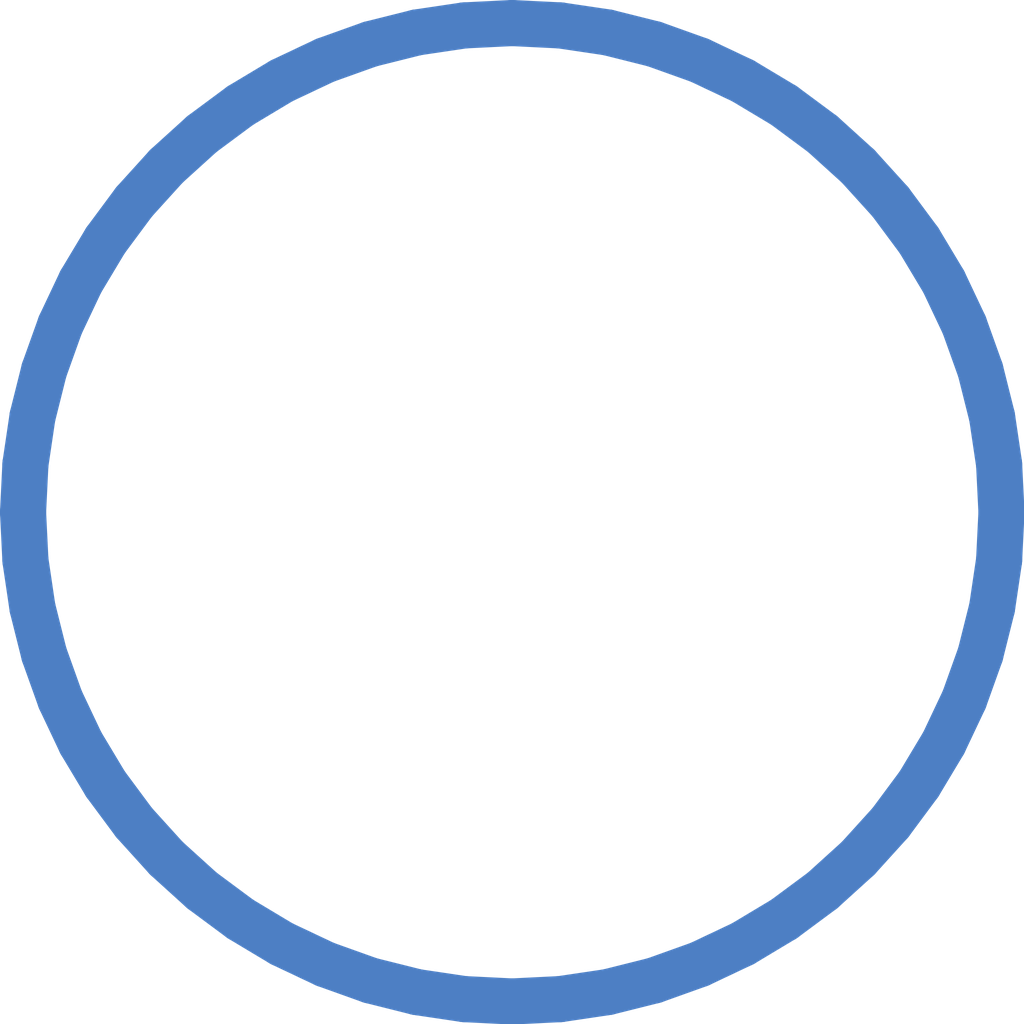
<source format=kicad_pcb>
(kicad_pcb
	(version 20240108)
	(generator "pcbnew")
	(generator_version "8.0")
	(general
		(thickness 1.6)
		(legacy_teardrops no)
	)
	(paper "A4")
	(layers
		(0 "F.Cu" signal)
		(31 "B.Cu" signal)
		(32 "B.Adhes" user "B.Adhesive")
		(33 "F.Adhes" user "F.Adhesive")
		(34 "B.Paste" user)
		(35 "F.Paste" user)
		(36 "B.SilkS" user "B.Silkscreen")
		(37 "F.SilkS" user "F.Silkscreen")
		(38 "B.Mask" user)
		(39 "F.Mask" user)
		(40 "Dwgs.User" user "User.Drawings")
		(41 "Cmts.User" user "User.Comments")
		(42 "Eco1.User" user "User.Eco1")
		(43 "Eco2.User" user "User.Eco2")
		(44 "Edge.Cuts" user)
		(45 "Margin" user)
		(46 "B.CrtYd" user "B.Courtyard")
		(47 "F.CrtYd" user "F.Courtyard")
		(48 "B.Fab" user)
		(49 "F.Fab" user)
		(50 "User.1" user)
		(51 "User.2" user)
		(52 "User.3" user)
		(53 "User.4" user)
		(54 "User.5" user)
		(55 "User.6" user)
		(56 "User.7" user)
		(57 "User.8" user)
		(58 "User.9" user)
	)
	(setup
		(pad_to_mask_clearance 0)
		(allow_soldermask_bridges_in_footprints no)
		(pcbplotparams
			(layerselection 0x00010fc_ffffffff)
			(plot_on_all_layers_selection 0x0000000_00000000)
			(disableapertmacros no)
			(usegerberextensions no)
			(usegerberattributes yes)
			(usegerberadvancedattributes yes)
			(creategerberjobfile yes)
			(dashed_line_dash_ratio 12.000000)
			(dashed_line_gap_ratio 3.000000)
			(svgprecision 4)
			(plotframeref no)
			(viasonmask no)
			(mode 1)
			(useauxorigin no)
			(hpglpennumber 1)
			(hpglpenspeed 20)
			(hpglpendiameter 15.000000)
			(pdf_front_fp_property_popups yes)
			(pdf_back_fp_property_popups yes)
			(dxfpolygonmode yes)
			(dxfimperialunits yes)
			(dxfusepcbnewfont yes)
			(psnegative no)
			(psa4output no)
			(plotreference yes)
			(plotvalue yes)
			(plotfptext yes)
			(plotinvisibletext no)
			(sketchpadsonfab no)
			(subtractmaskfromsilk no)
			(outputformat 1)
			(mirror no)
			(drillshape 1)
			(scaleselection 1)
			(outputdirectory "")
		)
	)
	(net 0 "")
	(segment
		(start 182.227781 109.13878)
		(end 183.136887 109.366499)
		(width 0.9)
		(layer "B.Cu")
		(net 0)
		(uuid "041fd97b-2ff5-406f-8e1c-9ce6efd87dd0")
	)
	(segment
		(start 180.498161 91.577651)
		(end 179.694304 92.059465)
		(width 0.9)
		(layer "B.Cu")
		(net 0)
		(uuid "04d52c54-bb38-40cf-8e70-5cd936c203ee")
	)
	(segment
		(start 181.345373 108.823049)
		(end 182.227781 109.13878)
		(width 0.9)
		(layer "B.Cu")
		(net 0)
		(uuid "05a1fb43-e8d5-4a33-a20f-846c99e77764")
	)
	(segment
		(start 194.504014 99.063936)
		(end 194.366499 98.136887)
		(width 0.9)
		(layer "B.Cu")
		(net 0)
		(uuid "070947f9-543c-4755-aaef-c7072392c3f3")
	)
	(segment
		(start 178.24713 93.24713)
		(end 177.61775 93.941544)
		(width 0.9)
		(layer "B.Cu")
		(net 0)
		(uuid "0750142c-d0cf-4631-af05-d52f5f33ecc4")
	)
	(segment
		(start 186.863112 109.366499)
		(end 187.772218 109.13878)
		(width 0.9)
		(layer "B.Cu")
		(net 0)
		(uuid "07b59cc6-6094-4b5a-93b7-2f65e2863492")
	)
	(segment
		(start 188.654626 108.823049)
		(end 189.501838 108.422348)
		(width 0.9)
		(layer "B.Cu")
		(net 0)
		(uuid "0b9df476-4543-4729-85bb-85924a236886")
	)
	(segment
		(start 178.941544 107.382249)
		(end 179.694304 107.940534)
		(width 0.9)
		(layer "B.Cu")
		(net 0)
		(uuid "0cd0d2d2-798d-4194-bfa1-e443c3ea8a97")
	)
	(segment
		(start 179.694304 92.059465)
		(end 178.941544 92.61775)
		(width 0.9)
		(layer "B.Cu")
		(net 0)
		(uuid "0f3a5164-bd1e-42e7-81df-26f522d1b02c")
	)
	(segment
		(start 175.861219 97.227781)
		(end 175.6335 98.136887)
		(width 0.9)
		(layer "B.Cu")
		(net 0)
		(uuid "146664f6-62fa-44fb-a93e-5fe9085f72e1")
	)
	(segment
		(start 185 90.45)
		(end 184.063936 90.495985)
		(width 0.9)
		(layer "B.Cu")
		(net 0)
		(uuid "1922b711-fecf-484f-8acc-0c25630612f2")
	)
	(segment
		(start 184.063936 109.504014)
		(end 185 109.55)
		(width 0.9)
		(layer "B.Cu")
		(net 0)
		(uuid "1935e454-7c0d-42f1-9c6e-508ba6eb70bc")
	)
	(segment
		(start 177.059465 105.305695)
		(end 177.61775 106.058455)
		(width 0.9)
		(layer "B.Cu")
		(net 0)
		(uuid "1a6a7998-e67d-4afa-9039-8716d710da9a")
	)
	(segment
		(start 185 109.55)
		(end 185.936063 109.504014)
		(width 0.9)
		(layer "B.Cu")
		(net 0)
		(uuid "1e710438-ef0f-48b2-94a8-cb55a761521c")
	)
	(segment
		(start 175.45 100)
		(end 175.495985 100.936063)
		(width 0.9)
		(layer "B.Cu")
		(net 0)
		(uuid "2a595a41-1882-44c4-bbec-16a2e6b295c4")
	)
	(segment
		(start 194.13878 102.772218)
		(end 194.366499 101.863112)
		(width 0.9)
		(layer "B.Cu")
		(net 0)
		(uuid "2d5eebcc-3f3b-46ea-90fa-45d8bb04accf")
	)
	(segment
		(start 175.495985 99.063936)
		(end 175.45 100)
		(width 0.9)
		(layer "B.Cu")
		(net 0)
		(uuid "2d861142-09fa-4ee4-bf9a-07c0688c9979")
	)
	(segment
		(start 189.501838 91.577651)
		(end 188.654626 91.17695)
		(width 0.9)
		(layer "B.Cu")
		(net 0)
		(uuid "2d98efc7-3ce3-46fc-8609-84bbda00d89a")
	)
	(segment
		(start 194.55 100)
		(end 194.504014 99.063936)
		(width 0.9)
		(layer "B.Cu")
		(net 0)
		(uuid "2ea279f7-aafc-498a-834a-6b5368844819")
	)
	(segment
		(start 175.861219 102.772218)
		(end 176.17695 103.654626)
		(width 0.9)
		(layer "B.Cu")
		(net 0)
		(uuid "361376ef-73a8-46a7-97a4-01587eb8af30")
	)
	(segment
		(start 194.366499 101.863112)
		(end 194.504014 100.936063)
		(width 0.9)
		(layer "B.Cu")
		(net 0)
		(uuid "3907c438-2501-495d-bf3d-bd88a246ca13")
	)
	(segment
		(start 175.6335 101.863112)
		(end 175.861219 102.772218)
		(width 0.9)
		(layer "B.Cu")
		(net 0)
		(uuid "3920dcd5-ab94-4ab9-8a69-ef53068ec07f")
	)
	(segment
		(start 191.058455 107.382249)
		(end 191.752869 106.752869)
		(width 0.9)
		(layer "B.Cu")
		(net 0)
		(uuid "3949de8d-c290-48f8-a99f-2f8bc41483bd")
	)
	(segment
		(start 177.61775 93.941544)
		(end 177.059465 94.694304)
		(width 0.9)
		(layer "B.Cu")
		(net 0)
		(uuid "432f9c23-424d-4725-b169-c1e15b65131b")
	)
	(segment
		(start 181.345373 91.17695)
		(end 180.498161 91.577651)
		(width 0.9)
		(layer "B.Cu")
		(net 0)
		(uuid "43cb274e-a059-4676-9601-213319f9e308")
	)
	(segment
		(start 192.382249 106.058455)
		(end 192.940534 105.305695)
		(width 0.9)
		(layer "B.Cu")
		(net 0)
		(uuid "4544844e-56dc-4dfb-a3af-c8306765c566")
	)
	(segment
		(start 194.13878 97.227781)
		(end 193.823049 96.345373)
		(width 0.9)
		(layer "B.Cu")
		(net 0)
		(uuid "49278525-db78-4499-b217-64e4a77d50e9")
	)
	(segment
		(start 185.936063 90.495985)
		(end 185 90.45)
		(width 0.9)
		(layer "B.Cu")
		(net 0)
		(uuid "49ce1c75-2d69-4202-b7d5-a0c4e72d9ea4")
	)
	(segment
		(start 193.823049 96.345373)
		(end 193.422348 95.498161)
		(width 0.9)
		(layer "B.Cu")
		(net 0)
		(uuid "501a2928-b0ac-44e6-a460-ffc6e566a28c")
	)
	(segment
		(start 191.752869 106.752869)
		(end 192.382249 106.058455)
		(width 0.9)
		(layer "B.Cu")
		(net 0)
		(uuid "5159388b-98ce-4c7d-8efa-9503331d3cc2")
	)
	(segment
		(start 180.498161 108.422348)
		(end 181.345373 108.823049)
		(width 0.9)
		(layer "B.Cu")
		(net 0)
		(uuid "55a268cb-9eb8-4240-9c90-6b8ff11949e1")
	)
	(segment
		(start 187.772218 109.13878)
		(end 188.654626 108.823049)
		(width 0.9)
		(layer "B.Cu")
		(net 0)
		(uuid "72cce887-0d05-4e89-bf90-23fadaa45e89")
	)
	(segment
		(start 178.941544 92.61775)
		(end 178.24713 93.24713)
		(width 0.9)
		(layer "B.Cu")
		(net 0)
		(uuid "74d8c9f5-8eb0-43cf-9e4e-813e784a7eca")
	)
	(segment
		(start 185.936063 109.504014)
		(end 186.863112 109.366499)
		(width 0.9)
		(layer "B.Cu")
		(net 0)
		(uuid "7629e082-f352-42a3-9a8e-a8a4c123d537")
	)
	(segment
		(start 175.6335 98.136887)
		(end 175.495985 99.063936)
		(width 0.9)
		(layer "B.Cu")
		(net 0)
		(uuid "7b2e8a23-adaa-45a6-8b45-035c65ea0ce5")
	)
	(segment
		(start 176.577651 95.498161)
		(end 176.17695 96.345373)
		(width 0.9)
		(layer "B.Cu")
		(net 0)
		(uuid "7b87f00f-c518-43da-8dc3-11e71761d645")
	)
	(segment
		(start 179.694304 107.940534)
		(end 180.498161 108.422348)
		(width 0.9)
		(layer "B.Cu")
		(net 0)
		(uuid "856e0551-d501-4760-aa11-4e2310c06b0c")
	)
	(segment
		(start 193.823049 103.654626)
		(end 194.13878 102.772218)
		(width 0.9)
		(layer "B.Cu")
		(net 0)
		(uuid "95219879-25f0-4fed-8477-26d6b5d71f86")
	)
	(segment
		(start 190.305695 107.940534)
		(end 191.058455 107.382249)
		(width 0.9)
		(layer "B.Cu")
		(net 0)
		(uuid "95ead7ce-a248-4ab0-9da8-c8819898c871")
	)
	(segment
		(start 177.61775 106.058455)
		(end 178.24713 106.752869)
		(width 0.9)
		(layer "B.Cu")
		(net 0)
		(uuid "9aa5e6ca-26fd-4d67-ba5e-7288c87e5707")
	)
	(segment
		(start 183.136887 109.366499)
		(end 184.063936 109.504014)
		(width 0.9)
		(layer "B.Cu")
		(net 0)
		(uuid "9c0fc4f6-0c40-4571-846a-8c4c22077308")
	)
	(segment
		(start 178.24713 106.752869)
		(end 178.941544 107.382249)
		(width 0.9)
		(layer "B.Cu")
		(net 0)
		(uuid "9d5229a1-0f3e-45d8-80ab-e9d167362101")
	)
	(segment
		(start 187.772218 90.861219)
		(end 186.863112 90.6335)
		(width 0.9)
		(layer "B.Cu")
		(net 0)
		(uuid "9e8e0cef-eec9-42ba-ac68-9c7beaf19ed0")
	)
	(segment
		(start 189.501838 108.422348)
		(end 190.305695 107.940534)
		(width 0.9)
		(layer "B.Cu")
		(net 0)
		(uuid "9ef1fd07-21c8-4283-99fd-4cd1a23eecf9")
	)
	(segment
		(start 177.059465 94.694304)
		(end 176.577651 95.498161)
		(width 0.9)
		(layer "B.Cu")
		(net 0)
		(uuid "a011c21a-5ef8-4ee3-9b0d-f39ce6ad633d")
	)
	(segment
		(start 192.940534 94.694304)
		(end 192.382249 93.941544)
		(width 0.9)
		(layer "B.Cu")
		(net 0)
		(uuid "a2402964-9b3d-42a3-8d94-3453f6fb8d70")
	)
	(segment
		(start 193.422348 95.498161)
		(end 192.940534 94.694304)
		(width 0.9)
		(layer "B.Cu")
		(net 0)
		(uuid "a74985c8-d8a4-4136-9b93-dceb7c657fd7")
	)
	(segment
		(start 190.305695 92.059465)
		(end 189.501838 91.577651)
		(width 0.9)
		(layer "B.Cu")
		(net 0)
		(uuid "be48b76e-e14a-49de-bb24-cbb8f14a55f1")
	)
	(segment
		(start 194.366499 98.136887)
		(end 194.13878 97.227781)
		(width 0.9)
		(layer "B.Cu")
		(net 0)
		(uuid "c15779d9-3708-411d-9ae7-c5e7e98bee46")
	)
	(segment
		(start 186.863112 90.6335)
		(end 185.936063 90.495985)
		(width 0.9)
		(layer "B.Cu")
		(net 0)
		(uuid "c74733ea-af1d-4ffe-9eae-4097c5974b91")
	)
	(segment
		(start 176.17695 103.654626)
		(end 176.577651 104.501838)
		(width 0.9)
		(layer "B.Cu")
		(net 0)
		(uuid "ca13ca02-6145-4c70-94f1-a0b8ea980ea5")
	)
	(segment
		(start 191.058455 92.61775)
		(end 190.305695 92.059465)
		(width 0.9)
		(layer "B.Cu")
		(net 0)
		(uuid "cc1a66a7-29b5-49d1-b165-23932fe96482")
	)
	(segment
		(start 183.136887 90.6335)
		(end 182.227781 90.861219)
		(width 0.9)
		(layer "B.Cu")
		(net 0)
		(uuid "decfb4a9-fd3b-447a-ab74-1d22fd21a703")
	)
	(segment
		(start 193.422348 104.501838)
		(end 193.823049 103.654626)
		(width 0.9)
		(layer "B.Cu")
		(net 0)
		(uuid "e28227c4-c433-4e6b-b02a-deceb16f126b")
	)
	(segment
		(start 191.752869 93.24713)
		(end 191.058455 92.61775)
		(width 0.9)
		(layer "B.Cu")
		(net 0)
		(uuid "e59a3fda-eb04-44b0-b077-65ca5bac10c9")
	)
	(segment
		(start 175.495985 100.936063)
		(end 175.6335 101.863112)
		(width 0.9)
		(layer "B.Cu")
		(net 0)
		(uuid "e7fc8324-7b0a-4fb5-87d6-b5c7355a3d6b")
	)
	(segment
		(start 194.504014 100.936063)
		(end 194.55 100)
		(width 0.9)
		(layer "B.Cu")
		(net 0)
		(uuid "ea542e38-d404-4bc5-b1d1-cae11b39d690")
	)
	(segment
		(start 182.227781 90.861219)
		(end 181.345373 91.17695)
		(width 0.9)
		(layer "B.Cu")
		(net 0)
		(uuid "ee6cb0fa-8d07-4103-b11b-157f40e86ba8")
	)
	(segment
		(start 192.382249 93.941544)
		(end 191.752869 93.24713)
		(width 0.9)
		(layer "B.Cu")
		(net 0)
		(uuid "ef3c2d07-3e7d-4195-9df9-eaa6560f972a")
	)
	(segment
		(start 176.17695 96.345373)
		(end 175.861219 97.227781)
		(width 0.9)
		(layer "B.Cu")
		(net 0)
		(uuid "f2a30d75-7550-4ea9-86cb-2585e3266b99")
	)
	(segment
		(start 176.577651 104.501838)
		(end 177.059465 105.305695)
		(width 0.9)
		(layer "B.Cu")
		(net 0)
		(uuid "f32187f9-3103-4890-949f-d5ed4045c322")
	)
	(segment
		(start 188.654626 91.17695)
		(end 187.772218 90.861219)
		(width 0.9)
		(layer "B.Cu")
		(net 0)
		(uuid "f3d85cc2-77e3-496e-88a1-8e5e3ae8abfa")
	)
	(segment
		(start 192.940534 105.305695)
		(end 193.422348 104.501838)
		(width 0.9)
		(layer "B.Cu")
		(net 0)
		(uuid "fad90d20-8805-4baa-9a9b-e6b31a430b09")
	)
	(segment
		(start 184.063936 90.495985)
		(end 183.136887 90.6335)
		(width 0.9)
		(layer "B.Cu")
		(net 0)
		(uuid "fb661b30-a88f-42a0-9c6c-9c66b50e2d27")
	)
)

</source>
